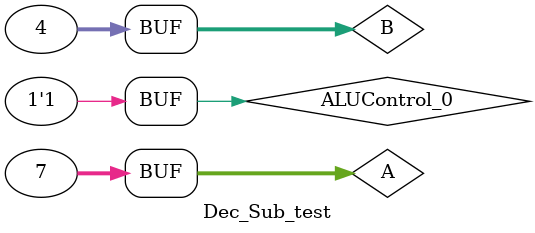
<source format=v>
`timescale 1ns / 1ps


module Dec_Sub_test;

	// Inputs
	reg ALUControl_0;
	reg [31:0] A;
	reg [31:0] B;

	// Outputs
	wire [31:0] C;

	// Instantiate the Unit Under Test (UUT)
	Dec_Sub uut (
		.ALUControl_0(ALUControl_0), 
		.A(A), 
		.B(B), 
		.C(C)
	);

	initial begin
		// Initialize Inputs
		ALUControl_0 = 0;
		A = 7;
		B = 4;

		// Wait 100 ns for global reset to finish
		#10;
        
		// Add stimulus here
		ALUControl_0 = 1;

	end
      
endmodule


</source>
